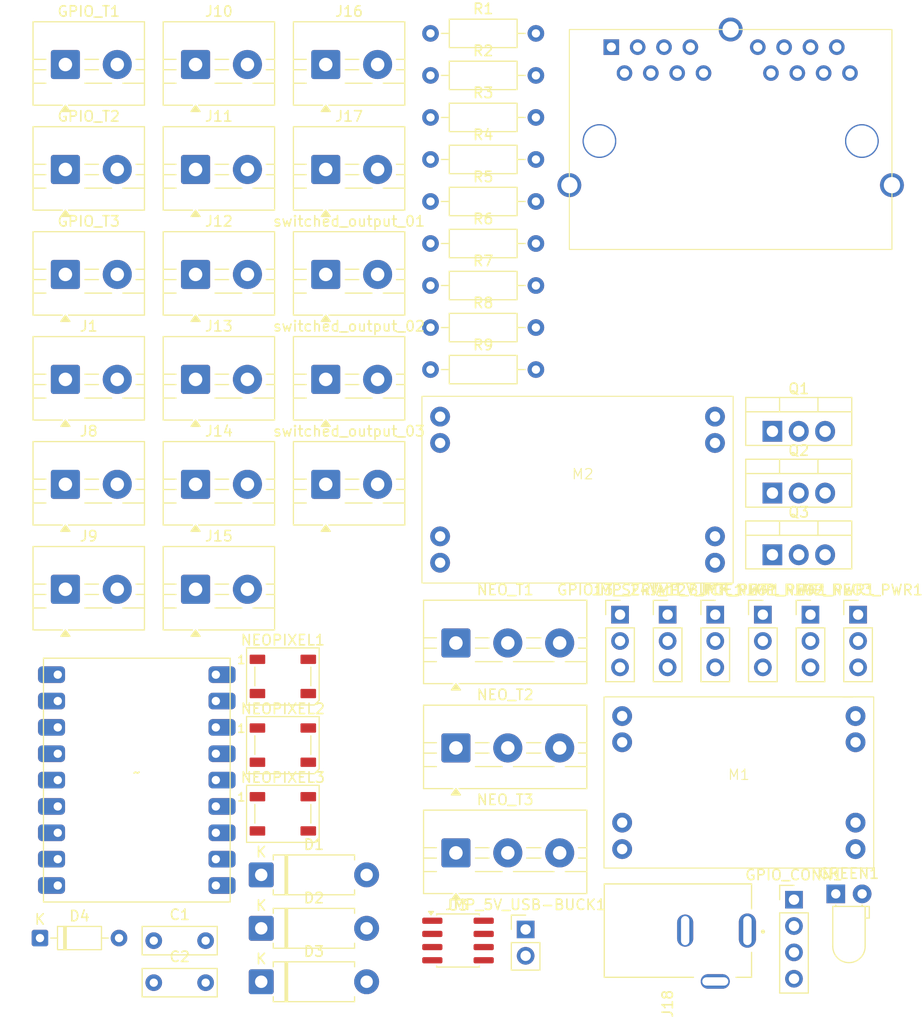
<source format=kicad_pcb>
(kicad_pcb (version 20241229) (generator "pcbnew") (generator_version "9.0")
  (layers (0 "F.Cu" signal) (2 "B.Cu" signal) (13 "F.Paste" user) (15 "B.Paste" user) (5 "F.SilkS" user "F.Silkscreen") (7 "B.SilkS" user "B.Silkscreen") (1 "F.Mask" user) (3 "B.Mask" user) (25 "Edge.Cuts" user))
  (net 0 "")
  (net 1 "VCC 5V USB")
  (net 2 "GND")
  (net 3 "VCC 3V3")
  (net 4 "VCC 12V SW")
  (net 5 "Net-(D1-A)")
  (net 6 "Net-(D2-A)")
  (net 7 "Net-(D3-A)")
  (net 8 "Net-(D4-K)")
  (net 9 "Net-(NEOPIXEL2-DIN)")
  (net 10 "Net-(GPIO13_SERIAL1-Pin_2)")
  (net 11 "Net-(U3-IN)")
  (net 12 "Net-(ESP32_S3-Pad2)")
  (net 13 "Net-(U3-ST)")
  (net 14 "Net-(NEOPIXEL1-DIN)")
  (net 15 "Net-(NEOPIXEL3-DIN)")
  (net 16 "Net-(GPIO13_SERIAL1-Pin_1)")
  (net 17 "Net-(Q1-G)")
  (net 18 "Net-(ESP32_S3-Pad3)")
  (net 19 "Net-(GPIO13_SERIAL1-Pin_3)")
  (net 20 "Net-(Q3-G)")
  (net 21 "Net-(ESP32_S3-Pad4)")
  (net 22 "Net-(ESP32_S3-Pad1)")
  (net 23 "Net-(Q2-G)")
  (net 24 "Net-(GPIO_CONN1-Pin_4)")
  (net 25 "Net-(GPIO_CONN1-Pin_1)")
  (net 26 "Net-(GPIO_CONN1-Pin_3)")
  (net 27 "Net-(GPIO_CONN1-Pin_2)")
  (net 28 "Net-(GREEN1-A)")
  (net 29 "VCC 12V")
  (net 31 "Net-(J20-Pad1)")
  (net 32 "Net-(JMP_24V_12V_POE1-Pin_2)")
  (net 33 "Net-(J20-Pad11)")
  (net 34 "Net-(J20-Pad14)")
  (net 37 "Net-(J20-Pad10)")
  (net 40 "VCC 5V BUCK")
  (net 41 "VCC 24V")
  (net 42 "Net-(JMP_BUCK_PWR1-Pin_2)")
  (net 43 "Net-(JMP_NEO1_PWR1-Pin_2)")
  (net 44 "Net-(JMP_NEO2_PWR1-Pin_2)")
  (net 45 "Net-(JMP_NEO3_PWR1-Pin_2)")
  (net 46 "Net-(NEOPIXEL1-DOUT)")
  (net 47 "Net-(NEOPIXEL2-DOUT)")
  (net 48 "Net-(NEOPIXEL3-DOUT)")
  (footprint "Connector_PinHeader_2.54mm:PinHeader_1x04_P2.54mm_Vertical" (layer "F.Cu") (at -54 -33.12)
    (property "Reference" "GPIO_CONN1" (at 0 -2.38 0) (layer "F.SilkS"))
    (property "Value" "Conn_01x04_Pin")
    (pad "1" thru_hole rect (at 0 0) (size 1.7 1.7) (drill 1) (layers "*.Cu" "*.Mask") (net 25 "Net-(GPIO_CONN1-Pin_1)"))
    (pad "2" thru_hole circle (at 0 2.54) (size 1.7 1.7) (drill 1) (layers "*.Cu" "*.Mask") (net 27 "Net-(GPIO_CONN1-Pin_2)"))
    (pad "3" thru_hole circle (at 0 5.08) (size 1.7 1.7) (drill 1) (layers "*.Cu" "*.Mask") (net 26 "Net-(GPIO_CONN1-Pin_3)"))
    (pad "4" thru_hole circle (at 0 7.62) (size 1.7 1.7) (drill 1) (layers "*.Cu" "*.Mask") (net 24 "Net-(GPIO_CONN1-Pin_4)"))
  )
  (footprint "Connector_PinHeader_2.54mm:PinHeader_1x03_P2.54mm_Vertical" (layer "F.Cu") (at -57 -60.59)
    (property "Reference" "JMP_NEO1_PWR1" (at 0 -2.38 0) (layer "F.SilkS"))
    (property "Value" "Conn_01x03_Pin")
    (pad "1" thru_hole rect (at 0 0) (size 1.7 1.7) (drill 1) (layers "*.Cu" "*.Mask") (net 4 "VCC 12V SW"))
    (pad "2" thru_hole circle (at 0 2.54) (size 1.7 1.7) (drill 1) (layers "*.Cu" "*.Mask") (net 43 "Net-(JMP_NEO1_PWR1-Pin_2)"))
    (pad "3" thru_hole circle (at 0 5.08) (size 1.7 1.7) (drill 1) (layers "*.Cu" "*.Mask") (net 40 "VCC 5V BUCK"))
  )
  (footprint "Resistor_THT:R_Axial_DIN0207_L6.3mm_D2.5mm_P10.16mm_Horizontal" (layer "F.Cu") (at -89.04 -92.31)
    (property "Reference" "R7" (at 5.08 -2.37 0) (layer "F.SilkS"))
    (property "Value" "1k")
    (pad "1" thru_hole circle (at 0 0) (size 1.6 1.6) (drill 0.8) (layers "*.Cu" "*.Mask") (net 17 "Net-(Q1-G)"))
    (pad "2" thru_hole circle (at 10.16 0) (size 1.6 1.6) (drill 0.8) (layers "*.Cu" "*.Mask") (net 2 "GND"))
  )
  (footprint "TerminalBlock:TerminalBlock_MaiXu_MX126-5.0-02P_1x02_P5.00mm" (layer "F.Cu") (at -99.14 -83.265)
    (property "Reference" "switched_output_02" (at 2.25 -5.12 0) (layer "F.SilkS"))
    (property "Value" "Screw_Terminal_01x02")
    (pad "1" thru_hole roundrect (at 0 0) (size 2.8 2.8) (drill 1.3) (layers "*.Cu" "*.Mask") (roundrect_rratio 0.089286) (net 4 "VCC 12V SW"))
    (pad "2" thru_hole circle (at 5 0) (size 2.8 2.8) (drill 1.3) (layers "*.Cu" "*.Mask") (net 5 "Net-(D1-A)"))
  )
  (footprint "TerminalBlock:TerminalBlock_MaiXu_MX126-5.0-02P_1x02_P5.00mm" (layer "F.Cu") (at -99.14 -93.38)
    (property "Reference" "switched_output_01" (at 2.25 -5.12 0) (layer "F.SilkS"))
    (property "Value" "Screw_Terminal_01x02")
    (pad "1" thru_hole roundrect (at 0 0) (size 2.8 2.8) (drill 1.3) (layers "*.Cu" "*.Mask") (roundrect_rratio 0.089286) (net 4 "VCC 12V SW"))
    (pad "2" thru_hole circle (at 5 0) (size 2.8 2.8) (drill 1.3) (layers "*.Cu" "*.Mask") (net 6 "Net-(D2-A)"))
  )
  (footprint "TerminalBlock:TerminalBlock_MaiXu_MX126-5.0-02P_1x02_P5.00mm" (layer "F.Cu") (at -111.69 -93.38)
    (property "Reference" "J12" (at 2.25 -5.12 0) (layer "F.SilkS"))
    (property "Value" "Screw_Terminal_01x02")
    (pad "1" thru_hole roundrect (at 0 0) (size 2.8 2.8) (drill 1.3) (layers "*.Cu" "*.Mask") (roundrect_rratio 0.089286) (net 2 "GND"))
    (pad "2" thru_hole circle (at 5 0) (size 2.8 2.8) (drill 1.3) (layers "*.Cu" "*.Mask") (net 4 "VCC 12V SW"))
  )
  (footprint "TerminalBlock:TerminalBlock_MaiXu_MX126-5.0-03P_1x03_P5.00mm" (layer "F.Cu") (at -86.59 -57.86)
    (property "Reference" "NEO_T1" (at 4.75 -5.12 0) (layer "F.SilkS"))
    (property "Value" "Screw_Terminal_01x03")
    (pad "1" thru_hole roundrect (at 0 0) (size 2.8 2.8) (drill 1.3) (layers "*.Cu" "*.Mask") (roundrect_rratio 0.089286) (net 43 "Net-(JMP_NEO1_PWR1-Pin_2)"))
    (pad "2" thru_hole circle (at 5 0) (size 2.8 2.8) (drill 1.3) (layers "*.Cu" "*.Mask") (net 46 "Net-(NEOPIXEL1-DOUT)"))
    (pad "3" thru_hole circle (at 10 0) (size 2.8 2.8) (drill 1.3) (layers "*.Cu" "*.Mask") (net 2 "GND"))
  )
  (footprint "Diode_THT:D_DO-15_P10.16mm_Horizontal" (layer "F.Cu") (at -105.36 -25.21)
    (property "Reference" "D3" (at 5.08 -2.92 0) (layer "F.SilkS"))
    (property "Value" "D")
    (fp_text user "K" (at 0 -2.2 0) (layer "F.SilkS"))
    (pad "1" thru_hole roundrect (at 0 0) (size 2.4 2.4) (drill 1.2) (layers "*.Cu" "*.Mask") (roundrect_rratio 0.104167) (net 4 "VCC 12V SW"))
    (pad "2" thru_hole circle (at 10.16 0) (size 2.4 2.4) (drill 1.2) (layers "*.Cu" "*.Mask") (net 7 "Net-(D3-A)"))
  )
  (footprint "eigene_footprints:24V Boost Converter" (layer "F.Cu") (at -72.315 -36.165)
    (property "Reference" "M1" (at 13 -9 0) (layer "F.SilkS") (effects (font (thickness 0.1))))
    (property "Value" "24V-Boost-Converter")
    (pad "1" thru_hole circle (at 1.75 -14.65) (size 1.905 1.905) (drill 1) (layers "*.Cu" "*.Mask") (net 29 "VCC 12V"))
    (pad "2" thru_hole circle (at 1.75 -12.125) (size 1.905 1.905) (drill 1) (layers "*.Cu" "*.Mask") (net 29 "VCC 12V"))
    (pad "3" thru_hole circle (at 1.75 -4.38) (size 1.905 1.905) (drill 1) (layers "*.Cu" "*.Mask") (net 2 "GND"))
    (pad "4" thru_hole circle (at 1.75 -1.83) (size 1.905 1.905) (drill 1) (layers "*.Cu" "*.Mask") (net 2 "GND"))
    (pad "5" thru_hole circle (at 24.25 -1.83) (size 1.905 1.905) (drill 1) (layers "*.Cu" "*.Mask") (net 2 "GND"))
    (pad "6" thru_hole circle (at 24.25 -4.38) (size 1.905 1.905) (drill 1) (layers "*.Cu" "*.Mask") (net 2 "GND"))
    (pad "7" thru_hole circle (at 24.25 -12.125) (size 1.905 1.905) (drill 1) (layers "*.Cu" "*.Mask") (net 41 "VCC 24V"))
    (pad "8" thru_hole circle (at 24.25 -14.65) (size 1.905 1.905) (drill 1) (layers "*.Cu" "*.Mask") (net 41 "VCC 24V"))
  )
  (footprint "eigene_footprints:RJ45_X2_CC_Aliexpress" (layer "F.Cu") (at -71.61 -115.285)
    (property "Reference" "J20" (hide yes))
    (property "Value" "rj45-CC-X2-Aliexpress")
    (pad "" np_thru_hole circle (at -1.145 9.05) (size 3.25 3.25) (drill 3) (layers "*.Cu" "*.Mask"))
    (pad "" np_thru_hole circle (at 24.155 9.05) (size 3.25 3.25) (drill 3) (layers "*.Cu" "*.Mask"))
    (pad "1" thru_hole circle (at 23.01 2.5) (size 1.5 1.5) (drill 0.89) (layers "*.Cu" "*.Mask") (net 31 "Net-(J20-Pad1)"))
    (pad "2" thru_hole circle (at 21.74 0) (size 1.5 1.5) (drill 0.89) (layers "*.Cu" "*.Mask") (net 37 "Net-(J20-Pad10)"))
    (pad "3" thru_hole circle (at 20.47 2.5) (size 1.5 1.5) (drill 0.89) (layers "*.Cu" "*.Mask") (net 33 "Net-(J20-Pad11)"))
    (pad "4" thru_hole circle (at 19.2 0) (size 1.5 1.5) (drill 0.89) (layers "*.Cu" "*.Mask"))
    (pad "5" thru_hole circle (at 17.93 2.5) (size 1.5 1.5) (drill 0.89) (layers "*.Cu" "*.Mask"))
    (pad "6" thru_hole circle (at 16.66 0) (size 1.5 1.5) (drill 0.89) (layers "*.Cu" "*.Mask") (net 34 "Net-(J20-Pad14)"))
    (pad "7" thru_hole circle (at 15.39 2.5) (size 1.5 1.5) (drill 0.89) (layers "*.Cu" "*.Mask"))
    (pad "8" thru_hole circle (at 14.12 0) (size 1.5 1.5) (drill 0.89) (layers "*.Cu" "*.Mask"))
    (pad "9" thru_hole circle (at 8.89 2.5) (size 1.5 1.5) (drill 0.89) (layers "*.Cu" "*.Mask") (net 31 "Net-(J20-Pad1)"))
    (pad "10" thru_hole circle (at 7.62 0) (size 1.5 1.5) (drill 0.89) (layers "*.Cu" "*.Mask") (net 37 "Net-(J20-Pad10)"))
    (pad "11" thru_hole circle (at 6.35 2.5) (size 1.5 1.5) (drill 0.89) (layers "*.Cu" "*.Mask") (net 33 "Net-(J20-Pad11)"))
    (pad "12" thru_hole circle (at 5.08 0) (size 1.5 1.5) (drill 0.89) (layers "*.Cu" "*.Mask") (net 32 "Net-(JMP_24V_12V_POE1-Pin_2)"))
    (pad "13" thru_hole circle (at 3.81 2.5) (size 1.5 1.5) (drill 0.89) (layers "*.Cu" "*.Mask") (net 32 "Net-(JMP_24V_12V_POE1-Pin_2)"))
    (pad "14" thru_hole circle (at 2.54 0) (size 1.5 1.5) (drill 0.89) (layers "*.Cu" "*.Mask") (net 34 "Net-(J20-Pad14)"))
    (pad "15" thru_hole circle (at 1.27 2.5) (size 1.5 1.5) (drill 0.89) (layers "*.Cu" "*.Mask") (net 2 "GND"))
    (pad "16" thru_hole rect (at 0 0) (size 1.5 1.5) (drill 0.89) (layers "*.Cu" "*.Mask") (net 2 "GND"))
    (pad "SH" thru_hole circle (at -4.045 13.3) (size 2.3 2.3) (drill 1.57) (layers "*.Cu" "*.Mask") (net 2 "GND"))
    (pad "SH" thru_hole circle (at 11.505 -1.7) (size 2.3 2.3) (drill 1.57) (layers "*.Cu" "*.Mask") (net 2 "GND"))
    (pad "SH" thru_hole circle (at 27.055 13.3) (size 2.3 2.3) (drill 1.57) (layers "*.Cu" "*.Mask") (net 2 "GND"))
  )
  (footprint "eigene_footprints:CUI_PJ-050BH" (layer "F.Cu") (at -58.49 -30.14)
    (property "Reference" "J18" (at -7.6875 7.05 270) (layer "F.SilkS"))
    (property "Value" "Barrel_Jack_MountingPin")
    (pad "1" thru_hole oval (at 0 0) (size 1.65 3.3) (drill oval 0.8 2.8) (layers "*.Cu" "*.Mask") (net 29 "VCC 12V"))
    (pad "2" thru_hole oval (at -6 0) (size 1.55 3.1) (drill oval 0.8 2.8) (layers "*.Cu" "*.Mask") (net 2 "GND"))
    (pad "MP" thru_hole oval (at -3.1 4.9) (size 2.8 1.4) (drill oval 2.5 0.8) (layers "*.Cu" "*.Mask"))
  )
  (footprint "Diode_THT:D_DO-35_SOD27_P7.62mm_Horizontal" (layer "F.Cu") (at -126.69 -29.42)
    (property "Reference" "D4" (at 3.81 -2.12 0) (layer "F.SilkS"))
    (property "Value" "1N914")
    (fp_text user "K" (at 0 -1.8 0) (layer "F.SilkS"))
    (pad "1" thru_hole roundrect (at 0 0) (size 1.6 1.6) (drill 0.8) (layers "*.Cu" "*.Mask") (roundrect_rratio 0.15625) (net 8 "Net-(D4-K)"))
    (pad "2" thru_hole circle (at 7.62 0) (size 1.6 1.6) (drill 0.8) (layers "*.Cu" "*.Mask") (net 1 "VCC 5V USB"))
  )
  (footprint "TerminalBlock:TerminalBlock_MaiXu_MX126-5.0-02P_1x02_P5.00mm" (layer "F.Cu") (at -124.24 -103.495)
    (property "Reference" "GPIO_T2" (at 2.25 -5.12 0) (layer "F.SilkS"))
    (property "Value" "Screw_Terminal_01x02")
    (pad "1" thru_hole roundrect (at 0 0) (size 2.8 2.8) (drill 1.3) (layers "*.Cu" "*.Mask") (roundrect_rratio 0.089286) (net 26 "Net-(GPIO_CONN1-Pin_3)"))
    (pad "2" thru_hole circle (at 5 0) (size 2.8 2.8) (drill 1.3) (layers "*.Cu" "*.Mask") (net 27 "Net-(GPIO_CONN1-Pin_2)"))
  )
  (footprint "TerminalBlock:TerminalBlock_MaiXu_MX126-5.0-02P_1x02_P5.00mm" (layer "F.Cu") (at -124.24 -73.15)
    (property "Reference" "J8" (at 2.25 -5.12 0) (layer "F.SilkS"))
    (property "Value" "Screw_Terminal_01x02")
    (pad "1" thru_hole roundrect (at 0 0) (size 2.8 2.8) (drill 1.3) (layers "*.Cu" "*.Mask") (roundrect_rratio 0.089286) (net 2 "GND"))
    (pad "2" thru_hole circle (at 5 0) (size 2.8 2.8) (drill 1.3) (layers "*.Cu" "*.Mask") (net 4 "VCC 12V SW"))
  )
  (footprint "TerminalBlock:TerminalBlock_MaiXu_MX126-5.0-02P_1x02_P5.00mm" (layer "F.Cu") (at -124.24 -63.035)
    (property "Reference" "J9" (at 2.25 -5.12 0) (layer "F.SilkS"))
    (property "Value" "Screw_Terminal_01x02")
    (pad "1" thru_hole roundrect (at 0 0) (size 2.8 2.8) (drill 1.3) (layers "*.Cu" "*.Mask") (roundrect_rratio 0.089286) (net 2 "GND"))
    (pad "2" thru_hole circle (at 5 0) (size 2.8 2.8) (drill 1.3) (layers "*.Cu" "*.Mask") (net 4 "VCC 12V SW"))
  )
  (footprint "Connector_PinHeader_2.54mm:PinHeader_1x03_P2.54mm_Vertical" (layer "F.Cu") (at -52.41 -60.59)
    (property "Reference" "JMP_NEO2_PWR1" (at 0 -2.38 0) (layer "F.SilkS"))
    (property "Value" "Conn_01x03_Pin")
    (pad "1" thru_hole rect (at 0 0) (size 1.7 1.7) (drill 1) (layers "*.Cu" "*.Mask") (net 4 "VCC 12V SW"))
    (pad "2" thru_hole circle (at 0 2.54) (size 1.7 1.7) (drill 1) (layers "*.Cu" "*.Mask") (net 44 "Net-(JMP_NEO2_PWR1-Pin_2)"))
    (pad "3" thru_hole circle (at 0 5.08) (size 1.7 1.7) (drill 1) (layers "*.Cu" "*.Mask") (net 40 "VCC 5V BUCK"))
  )
  (footprint "Capacitor_THT:C_Rect_L7.0mm_W2.5mm_P5.00mm" (layer "F.Cu") (at -115.72 -25.12)
    (property "Reference" "C2" (at 2.5 -2.5 0) (layer "F.SilkS"))
    (property "Value" "100nF")
    (pad "1" thru_hole circle (at 0 0) (size 1.6 1.6) (drill 0.8) (layers "*.Cu" "*.Mask") (net 3 "VCC 3V3"))
    (pad "2" thru_hole circle (at 5 0) (size 1.6 1.6) (drill 0.8) (layers "*.Cu" "*.Mask") (net 2 "GND"))
  )
  (footprint "Resistor_THT:R_Axial_DIN0207_L6.3mm_D2.5mm_P10.16mm_Horizontal" (layer "F.Cu") (at -89.04 -104.46)
    (property "Reference" "R4" (at 5.08 -2.37 0) (layer "F.SilkS"))
    (property "Value" "100")
    (pad "1" thru_hole circle (at 0 0) (size 1.6 1.6) (drill 0.8) (layers "*.Cu" "*.Mask") (net 26 "Net-(GPIO_CONN1-Pin_3)"))
    (pad "2" thru_hole circle (at 10.16 0) (size 1.6 1.6) (drill 0.8) (layers "*.Cu" "*.Mask") (net 18 "Net-(ESP32_S3-Pad3)"))
  )
  (footprint "TerminalBlock:TerminalBlock_MaiXu_MX126-5.0-02P_1x02_P5.00mm" (layer "F.Cu") (at -111.69 -63.035)
    (property "Reference" "J15" (at 2.25 -5.12 0) (layer "F.SilkS"))
    (property "Value" "Screw_Terminal_01x02")
    (pad "1" thru_hole roundrect (at 0 0) (size 2.8 2.8) (drill 1.3) (layers "*.Cu" "*.Mask") (roundrect_rratio 0.089286) (net 2 "GND"))
    (pad "2" thru_hole circle (at 5 0) (size 2.8 2.8) (drill 1.3) (layers "*.Cu" "*.Mask") (net 29 "VCC 12V"))
  )
  (footprint "Resistor_THT:R_Axial_DIN0207_L6.3mm_D2.5mm_P10.16mm_Horizontal" (layer "F.Cu") (at -89.04 -96.36)
    (property "Reference" "R6" (at 5.08 -2.37 0) (layer "F.SilkS"))
    (property "Value" "1k")
    (pad "1" thru_hole circle (at 0 0) (size 1.6 1.6) (drill 0.8) (layers "*.Cu" "*.Mask") (net 23 "Net-(Q2-G)"))
    (pad "2" thru_hole circle (at 10.16 0) (size 1.6 1.6) (drill 0.8) (layers "*.Cu" "*.Mask") (net 2 "GND"))
  )
  (footprint "Connector_PinHeader_2.54mm:PinHeader_1x03_P2.54mm_Vertical" (layer "F.Cu") (at -66.18 -60.59)
    (property "Reference" "JMP_24V_12V_POE1" (at 0 -2.38 0) (layer "F.SilkS"))
    (property "Value" "Conn_01x03_Pin")
    (pad "1" thru_hole rect (at 0 0) (size 1.7 1.7) (drill 1) (layers "*.Cu" "*.Mask") (net 29 "VCC 12V"))
    (pad "2" thru_hole circle (at 0 2.54) (size 1.7 1.7) (drill 1) (layers "*.Cu" "*.Mask") (net 32 "Net-(JMP_24V_12V_POE1-Pin_2)"))
    (pad "3" thru_hole circle (at 0 5.08) (size 1.7 1.7) (drill 1) (layers "*.Cu" "*.Mask") (net 41 "VCC 24V"))
  )
  (footprint "eigene_footprints:5V Buck Converter" (layer "F.Cu") (at -89.865 -63.635)
    (property "Reference" "M2" (at 15.5 -10.5 0) (layer "F.SilkS") (effects (font (thickness 0.1))))
    (property "Value" "~")
    (pad "1" thru_hole circle (at 1.75 -16.04) (size 1.905 1.905) (drill 1) (layers "*.Cu" "*.Mask") (net 42 "Net-(JMP_BUCK_PWR1-Pin_2)"))
    (pad "2" thru_hole circle (at 1.75 -13.5) (size 1.905 1.905) (drill 1) (layers "*.Cu" "*.Mask") (net 42 "Net-(JMP_BUCK_PWR1-Pin_2)"))
    (pad "3" thru_hole circle (at 1.75 -4.5) (size 1.905 1.905) (drill 1) (layers "*.Cu" "*.Mask") (net 2 "GND"))
    (pad "4" thru_hole circle (at 1.75 -1.96) (size 1.905 1.905) (drill 1) (layers "*.Cu" "*.Mask") (net 2 "GND"))
    (pad "5" thru_hole circle (at 28.25 -1.96) (size 1.905 1.905) (drill 1) (layers "*.Cu" "*.Mask") (net 2 "GND"))
    (pad "6" thru_hole circle (at 28.25 -4.5) (size 1.905 1.905) (drill 1) (layers "*.Cu" "*.Mask") (net 2 "GND"))
    (pad "7" thru_hole circle (at 28.25 -13.5) (size 1.905 1.905) (drill 1) (layers "*.Cu" "*.Mask") (net 40 "VCC 5V BUCK"))
    (pad "8" thru_hole circle (at 28.25 -16.04) (size 1.905 1.905) (drill 1) (layers "*.Cu" "*.Mask") (net 40 "VCC 5V BUCK"))
  )
  (footprint "LED_SMD:LED_WS2812B_PLCC4_5.0x5.0mm_P3.2mm" (layer "F.Cu") (at -103.275 -41.395)
    (property "Reference" "NEOPIXEL3" (at 0 -3.5 0) (layer "F.SilkS"))
    (property "Value" "WS2812B")
    (fp_text user "1" (at -4 -1.6 0) (layer "F.SilkS") (effects (font (size 0.8 0.8))))
    (pad "1" smd roundrect (at -2.45 -1.65) (size 1.5 0.9) (layers "F.Cu" "F.Mask" "F.Paste") (roundrect_rratio 0.1) (net 8 "Net-(D4-K)"))
    (pad "2" smd roundrect (at -2.45 1.65) (size 1.5 0.9) (layers "F.Cu" "F.Mask" "F.Paste") (roundrect_rratio 0.1) (net 48 "Net-(NEOPIXEL3-DOUT)"))
    (pad "3" smd roundrect (at 2.45 1.65) (size 1.5 0.9) (layers "F.Cu" "F.Mask" "F.Paste") (roundrect_rratio 0.1) (net 2 "GND"))
    (pad "4" smd roundrect (at 2.45 -1.65) (size 1.5 0.9) (layers "F.Cu" "F.Mask" "F.Paste") (roundrect_rratio 0.1) (net 15 "Net-(NEOPIXEL3-DIN)"))
  )
  (footprint "Connector_PinHeader_2.54mm:PinHeader_1x03_P2.54mm_Vertical" (layer "F.Cu") (at -70.77 -60.59)
    (property "Reference" "GPIO13_SERIAL1" (at 0 -2.38 0) (layer "F.SilkS"))
    (property "Value" "Conn_01x03_Pin")
    (pad "1" thru_hole rect (at 0 0) (size 1.7 1.7) (drill 1) (layers "*.Cu" "*.Mask") (net 16 "Net-(GPIO13_SERIAL1-Pin_1)"))
    (pad "2" thru_hole circle (at 0 2.54) (size 1.7 1.7) (drill 1) (layers "*.Cu" "*.Mask") (net 10 "Net-(GPIO13_SERIAL1-Pin_2)"))
    (pad "3" thru_hole circle (at 0 5.08) (size 1.7 1.7) (drill 1) (layers "*.Cu" "*.Mask") (net 19 "Net-(GPIO13_SERIAL1-Pin_3)"))
  )
  (footprint "Diode_THT:D_DO-15_P10.16mm_Horizontal" (layer "F.Cu") (at -105.36 -35.51)
    (property "Reference" "D1" (at 5.08 -2.92 0) (layer "F.SilkS"))
    (property "Value" "D")
    (fp_text user "K" (at 0 -2.2 0) (layer "F.SilkS"))
    (pad "1" thru_hole roundrect (at 0 0) (size 2.4 2.4) (drill 1.2) (layers "*.Cu" "*.Mask") (roundrect_rratio 0.104167) (net 4 "VCC 12V SW"))
    (pad "2" thru_hole circle (at 10.16 0) (size 2.4 2.4) (drill 1.2) (layers "*.Cu" "*.Mask") (net 5 "Net-(D1-A)"))
  )
  (footprint "TerminalBlock:TerminalBlock_MaiXu_MX126-5.0-02P_1x02_P5.00mm" (layer "F.Cu") (at -111.69 -113.61)
    (property "Reference" "J10" (at 2.25 -5.12 0) (layer "F.SilkS"))
    (property "Value" "Screw_Terminal_01x02")
    (pad "1" thru_hole roundrect (at 0 0) (size 2.8 2.8) (drill 1.3) (layers "*.Cu" "*.Mask") (roundrect_rratio 0.089286) (net 2 "GND"))
    (pad "2" thru_hole circle (at 5 0) (size 2.8 2.8) (drill 1.3) (layers "*.Cu" "*.Mask") (net 4 "VCC 12V SW"))
  )
  (footprint "TerminalBlock:TerminalBlock_MaiXu_MX126-5.0-02P_1x02_P5.00mm" (layer "F.Cu") (at -111.69 -73.15)
    (property "Reference" "J14" (at 2.25 -5.12 0) (layer "F.SilkS"))
    (property "Value" "Screw_Terminal_01x02")
    (pad "1" thru_hole roundrect (at 0 0) (size 2.8 2.8) (drill 1.3) (layers "*.Cu" "*.Mask") (roundrect_rratio 0.089286) (net 2 "GND"))
    (pad "2" thru_hole circle (at 5 0) (size 2.8 2.8) (drill 1.3) (layers "*.Cu" "*.Mask") (net 4 "VCC 12V SW"))
  )
  (footprint "TerminalBlock:TerminalBlock_MaiXu_MX126-5.0-02P_1x02_P5.00mm" (layer "F.Cu") (at -124.24 -83.265)
    (property "Reference" "J1" (at 2.25 -5.12 0) (layer "F.SilkS"))
    (property "Value" "Screw_Terminal_01x02")
    (pad "1" thru_hole roundrect (at 0 0) (size 2.8 2.8) (drill 1.3) (layers "*.Cu" "*.Mask") (roundrect_rratio 0.089286) (net 2 "GND"))
    (pad "2" thru_hole circle (at 5 0) (size 2.8 2.8) (drill 1.3) (layers "*.Cu" "*.Mask") (net 4 "VCC 12V SW"))
  )
  (footprint "TerminalBlock:TerminalBlock_MaiXu_MX126-5.0-02P_1x02_P5.00mm" (layer "F.Cu") (at -99.14 -103.495)
    (property "Reference" "J17" (at 2.25 -5.12 0) (layer "F.SilkS"))
    (property "Value" "Screw_Terminal_01x02")
    (pad "1" thru_hole roundrect (at 0 0) (size 2.8 2.8) (drill 1.3) (layers "*.Cu" "*.Mask") (roundrect_rratio 0.089286) (net 2 "GND"))
    (pad "2" thru_hole circle (at 5 0) (size 2.8 2.8) (drill 1.3) (layers "*.Cu" "*.Mask") (net 29 "VCC 12V"))
  )
  (footprint "TerminalBlock:TerminalBlock_MaiXu_MX126-5.0-02P_1x02_P5.00mm" (layer "F.Cu") (at -124.24 -93.38)
    (property "Reference" "GPIO_T3" (at 2.25 -5.12 0) (layer "F.SilkS"))
    (property "Value" "Screw_Terminal_01x02")
    (pad "1" thru_hole roundrect (at 0 0) (size 2.8 2.8) (drill 1.3) (layers "*.Cu" "*.Mask") (roundrect_rratio 0.089286) (net 2 "GND"))
    (pad "2" thru_hole circle (at 5 0) (size 2.8 2.8) (drill 1.3) (layers "*.Cu" "*.Mask") (net 24 "Net-(GPIO_CONN1-Pin_4)"))
  )
  (footprint "Package_TO_SOT_THT:TO-220-3_Vertical" (layer "F.Cu") (at -56.08 -72.31)
    (property "Reference" "Q2" (at 2.54 -4.1 0) (layer "F.SilkS"))
    (property "Value" "IRLZ44N")
    (pad "1" thru_hole rect (at 0 0) (size 1.905 2) (drill 1.1) (layers "*.Cu" "*.Mask") (net 23 "Net-(Q2-G)"))
    (pad "2" thru_hole oval (at 2.54 0) (size 1.905 2) (drill 1.1) (layers "*.Cu" "*.Mask") (net 6 "Net-(D2-A)"))
    (pad "3" thru_hole oval (at 5.08 0) (size 1.905 2) (drill 1.1) (layers "*.Cu" "*.Mask") (net 2 "GND"))
  )
  (footprint "Package_TO_SOT_THT:TO-220-3_Vertical" (layer "F.Cu") (at -56.08 -78.26)
    (property "Reference" "Q1" (at 2.54 -4.1 0) (layer "F.SilkS"))
    (property "Value" "IRLZ44N")
    (pad "1" thru_hole rect (at 0 0) (size 1.905 2) (drill 1.1) (layers "*.Cu" "*.Mask") (net 17 "Net-(Q1-G)"))
    (pad "2" thru_hole oval (at 2.54 0) (size 1.905 2) (drill 1.1) (layers "*.Cu" "*.Mask") (net 5 "Net-(D1-A)"))
    (pad "3" thru_hole oval (at 5.08 0) (size 1.905 2) (drill 1.1) (layers "*.Cu" "*.Mask") (net 2 "GND"))
  )
  (footprint "Diode_THT:D_DO-15_P10.16mm_Horizontal" (layer "F.Cu") (at -105.36 -30.36)
    (property "Reference" "D2" (at 5.08 -2.92 0) (layer "F.SilkS"))
    (property "Value" "D")
    (fp_text user "K" (at 0 -2.2 0) (layer "F.SilkS"))
    (pad "1" thru_hole roundrect (at 0 0) (size 2.4 2.4) (drill 1.2) (layers "*.Cu" "*.Mask") (roundrect_rratio 0.104167) (net 4 "VCC 12V SW"))
    (pad "2" thru_hole circle (at 10.16 0) (size 2.4 2.4) (drill 1.2) (layers "*.Cu" "*.Mask") (net 6 "Net-(D2-A)"))
  )
  (footprint "LED_THT:LED_D3.0mm_Horizontal_O1.27mm_Z2.0mm_Clear" (layer "F.Cu") (at -49.97 -33.68)
    (property "Reference" "GREEN1" (at 1.27 -1.96 0) (layer "F.SilkS"))
    (property "Value" "LED")
    (pad "1" thru_hole rect (at 0 0) (size 1.8 1.8) (drill 0.9) (layers "*.Cu" "*.Mask") (net 2 "GND"))
    (pad "2" thru_hole circle (at 2.54 0) (size 1.8 1.8) (drill 0.9) (layers "*.Cu" "*.Mask") (net 28 "Net-(GREEN1-A)"))
  )
  (footprint "TerminalBlock:TerminalBlock_MaiXu_MX126-5.0-02P_1x02_P5.00mm" (layer "F.Cu") (at -99.14 -113.61)
    (property "Reference" "J16" (at 2.25 -5.12 0) (layer "F.SilkS"))
    (property "Value" "Screw_Terminal_01x02")
    (pad "1" thru_hole roundrect (at 0 0) (size 2.8 2.8) (drill 1.3) (layers "*.Cu" "*.Mask") (roundrect_rratio 0.089286) (net 2 "GND"))
    (pad "2" thru_hole circle (at 5 0) (size 2.8 2.8) (drill 1.3) (layers "*.Cu" "*.Mask") (net 29 "VCC 12V"))
  )
  (footprint "TerminalBlock:TerminalBlock_MaiXu_MX126-5.0-02P_1x02_P5.00mm" (layer "F.Cu") (at -99.14 -73.15)
    (property "Reference" "switched_output_03" (at 2.25 -5.12 0) (layer "F.SilkS"))
    (property "Value" "Screw_Terminal_01x02")
    (pad "1" thru_hole roundrect (at 0 0) (size 2.8 2.8) (drill 1.3) (layers "*.Cu" "*.Mask") (roundrect_rratio 0.089286) (net 4 "VCC 12V SW"))
    (pad "2" thru_hole circle (at 5 0) (size 2.8 2.8) (drill 1.3) (layers "*.Cu" "*.Mask") (net 7 "Net-(D3-A)"))
  )
  (footprint "TerminalBlock:TerminalBlock_MaiXu_MX126-5.0-02P_1x02_P5.00mm" (layer "F.Cu") (at -124.24 -113.61)
    (property "Reference" "GPIO_T1" (at 2.25 -5.12 0) (layer "F.SilkS"))
    (property "Value" "Screw_Terminal_01x02")
    (pad "1" thru_hole roundrect (at 0 0) (size 2.8 2.8) (drill 1.3) (layers "*.Cu" "*.Mask") (roundrect_rratio 0.089286) (net 25 "Net-(GPIO_CONN1-Pin_1)"))
    (pad "2" thru_hole circle (at 5 0) (size 2.8 2.8) (drill 1.3) (layers "*.Cu" "*.Mask") (net 2 "GND"))
  )
  (footprint "Resistor_THT:R_Axial_DIN0207_L6.3mm_D2.5mm_P10.16mm_Horizontal" (layer "F.Cu") (at -89.04 -84.21)
    (property "Reference" "R9" (at 5.08 -2.37 0) (layer "F.SilkS"))
    (property "Value" "1k")
    (pad "1" thru_hole circle (at 0 0) (size 1.6 1.6) (drill 0.8) (layers "*.Cu" "*.Mask") (net 29 "VCC 12V"))
    (pad "2" thru_hole circle (at 10.16 0) (size 1.6 1.6) (drill 0.8) (layers "*.Cu" "*.Mask") (net 28 "Net-(GREEN1-A)"))
  )
  (footprint "Package_SO:SOIC-8_3.9x4.9mm_P1.27mm" (layer "F.Cu") (at -86.39 -29.185)
    (property "Reference" "U3" (at 0 -3.4 0) (layer "F.SilkS"))
    (property "Value" "~")
    (pad "1" smd roundrect (at -2.475 -1.905) (size 1.95 0.6) (layers "F.Cu" "F.Mask" "F.Paste") (net 11 "Net-(U3-IN)"))
    (pad "2" smd roundrect (at -2.475 -0.635) (size 1.95 0.6) (layers "F.Cu" "F.Mask" "F.Paste") (net 13 "Net-(U3-ST)"))
    (pad "3" smd roundrect (at -2.475 0.635) (size 1.95 0.6) (layers "F.Cu" "F.Mask" "F.Paste") (net 2 "GND"))
    (pad "4" smd roundrect (at -2.475 1.905) (size 1.95 0.6) (layers "F.Cu" "F.Mask" "F.Paste") (net 4 "VCC 12V SW"))
    (pad "5" smd roundrect (at 2.475 1.905) (size 1.95 0.6) (layers "F.Cu" "F.Mask" "F.Paste") (net 29 "VCC 12V"))
    (pad "6" smd roundrect (at 2.475 0.635) (size 1.95 0.6) (layers "F.Cu" "F.Mask" "F.Paste") (net 29 "VCC 12V"))
    (pad "7" smd roundrect (at 2.475 -0.635) (size 1.95 0.6) (layers "F.Cu" "F.Mask" "F.Paste") (net 29 "VCC 12V"))
    (pad "8" smd roundrect (at 2.475 -1.905) (size 1.95 0.6) (layers "F.Cu" "F.Mask" "F.Paste") (net 29 "VCC 12V"))
  )
  (footprint "TerminalBlock:TerminalBlock_MaiXu_MX126-5.0-02P_1x02_P5.00mm" (layer "F.Cu") (at -111.69 -103.495)
    (property "Reference" "J11" (at 2.25 -5.12 0) (layer "F.SilkS"))
    (property "Value" "Screw_Terminal_01x02")
    (pad "1" thru_hole roundrect (at 0 0) (size 2.8 2.8) (drill 1.3) (layers "*.Cu" "*.Mask") (roundrect_rratio 0.089286) (net 2 "GND"))
    (pad "2" thru_hole circle (at 5 0) (size 2.8 2.8) (drill 1.3) (layers "*.Cu" "*.Mask") (net 4 "VCC 12V SW"))
  )
  (footprint "Resistor_THT:R_Axial_DIN0207_L6.3mm_D2.5mm_P10.16mm_Horizontal" (layer "F.Cu") (at -89.04 -108.51)
    (property "Reference" "R3" (at 5.08 -2.37 0) (layer "F.SilkS"))
    (property "Value" "1k")
    (pad "1" thru_hole circle (at 0 0) (size 1.6 1.6) (drill 0.8) (layers "*.Cu" "*.Mask") (net 3 "VCC 3V3"))
    (pad "2" thru_hole circle (at 10.16 0) (size 1.6 1.6) (drill 0.8) (layers "*.Cu" "*.Mask") (net 13 "Net-(U3-ST)"))
  )
  (footprint "eigene_footprints:ESP32-S3-Zero" (layer "F.Cu") (at -127.515 -31.945)
    (property "Reference" "ESP32_S3")
    (property "Value" "~" (at 10.16 -13.45 0) (layer "F.SilkS"))
    (pad "1" thru_hole roundrect (at 2.54 -15.24) (size 2.6 1.6002) (drill 0.8 (offset -0.6 0)) (layers "*.Cu" "*.Mask") (net 22 "Net-(ESP32_S3-Pad1)"))
    (pad "2" thru_hole roundrect (at 2.54 -12.7) (size 2.6 1.6002) (drill 0.8 (offset -0.6 0)) (layers "*.Cu" "*.Mask") (net 12 "Net-(ESP32_S3-Pad2)"))
    (pad "3" thru_hole roundrect (at 2.54 -10.16) (size 2.6 1.6002) (drill 0.8 (offset -0.6 0)) (layers "*.Cu" "*.Mask") (net 18 "Net-(ESP32_S3-Pad3)"))
    (pad "3V3" thru_hole roundrect (at 2.54 -17.78) (size 2.6 1.6002) (drill 0.8 (offset -0.6 0)) (layers "*.Cu" "*.Mask") (net 3 "VCC 3V3"))
    (pad "4" thru_hole roundrect (at 2.54 -7.62) (size 2.6 1.6002) (drill 0.8 (offset -0.6 0)) (layers "*.Cu" "*.Mask") (net 21 "Net-(ESP32_S3-Pad4)"))
    (pad "5" thru_hole roundrect (at 2.54 -5.08) (size 2.6 1.6002) (drill 0.8 (offset -0.6 0)) (layers "*.Cu" "*.Mask") (net 14 "Net-(NEOPIXEL1-DIN)"))
    (pad "5V" thru_hole roundrect (at 2.54 -22.86) (size 2.6 1.6002) (drill 0.8 (offset -0.6 0)) (layers "*.Cu" "*.Mask") (net 1 "VCC 5V USB"))
    (pad "6" thru_hole roundrect (at 2.54 -2.54) (size 2.6 1.6002) (drill 0.8 (offset -0.6 0)) (layers "*.Cu" "*.Mask") (net 9 "Net-(NEOPIXEL2-DIN)"))
    (pad "7" thru_hole roundrect (at 17.78 -2.54) (size 2.6 1.6002) (drill 0.8 (offset 0.6 0)) (layers "*.Cu" "*.Mask") (net 15 "Net-(NEOPIXEL3-DIN)"))
    (pad "8" thru_hole roundrect (at 17.78 -5.08) (size 2.6 1.6002) (drill 0.8 (offset 0.6 0)) (layers "*.Cu" "*.Mask") (net 23 "Net-(Q2-G)"))
    (pad "9" thru_hole roundrect (at 17.78 -7.62) (size 2.6 1.6002) (drill 0.8 (offset 0.6 0)) (layers "*.Cu" "*.Mask") (net 17 "Net-(Q1-G)"))
    (pad "10" thru_hole roundrect (at 17.78 -10.16) (size 2.6 1.6002) (drill 0.8 (offset 0.6 0)) (layers "*.Cu" "*.Mask") (net 20 "Net-(Q3-G)"))
    (pad "11" thru_hole roundrect (at 17.78 -12.7) (size 2.6 1.6) (drill 0.8 (offset 0.6 0)) (layers "*.Cu" "*.Mask") (net 13 "Net-(U3-ST)"))
    (pad "12" thru_hole roundrect (at 17.78 -15.24) (size 2.6 1.6) (drill 0.8 (offset 0.6 0)) (layers "*.Cu" "*.Mask") (net 11 "Net-(U3-IN)"))
    (pad "13" thru_hole roundrect (at 17.78 -17.78) (size 2.6 1.6) (drill 0.8 (offset 0.6 0)) (layers "*.Cu" "*.Mask") (net 16 "Net-(GPIO13_SERIAL1-Pin_1)"))
    (pad "GND" thru_hole roundrect (at 2.54 -20.32) (size 2.6 1.6002) (drill 0.8 (offset -0.6 0)) (layers "*.Cu" "*.Mask") (net 2 "GND"))
    (pad "RX" thru_hole roundrect (at 17.78 -20.32) (size 2.6 1.6) (drill 0.8 (offset 0.6 0)) (layers "*.Cu" "*.Mask") (net 10 "Net-(GPIO13_SERIAL1-Pin_2)"))
    (pad "TX" thru_hole roundrect (at 17.78 -22.86) (size 2.6 1.6) (drill 0.8 (offset 0.6 0)) (layers "*.Cu" "*.Mask") (net 19 "Net-(GPIO13_SERIAL1-Pin_3)"))
  )
  (footprint "LED_SMD:LED_WS2812B_PLCC4_5.0x5.0mm_P3.2mm" (layer "F.Cu") (at -103.275 -48.015)
    (property "Reference" "NEOPIXEL2" (at 0 -3.5 0) (layer "F.SilkS"))
    (property "Value" "WS2812B")
    (fp_text user "1" (at -4 -1.6 0) (layer "F.SilkS") (effects (font (size 0.8 0.8))))
    (pad "1" smd roundrect (at -2.45 -1.65) (size 1.5 0.9) (layers "F.Cu" "F.Mask" "F.Paste") (roundrect_rratio 0.1) (net 8 "Net-(D4-K)"))
    (pad "2" smd roundrect (at -2.45 1.65) (size 1.5 0.9) (layers "F.Cu" "F.Mask" "F.Paste") (roundrect_rratio 0.1) (net 47 "Net-(NEOPIXEL2-DOUT)"))
    (pad "3" smd roundrect (at 2.45 1.65) (size 1.5 0.9) (layers "F.Cu" "F.Mask" "F.Paste") (roundrect_rratio 0.1) (net 2 "GND"))
    (pad "4" smd roundrect (at 2.45 -1.65) (size 1.5 0.9) (layers "F.Cu" "F.Mask" "F.Paste") (roundrect_rratio 0.1) (net 9 "Net-(NEOPIXEL2-DIN)"))
  )
  (footprint "Resistor_THT:R_Axial_DIN0207_L6.3mm_D2.5mm_P10.16mm_Horizontal" (layer "F.Cu") (at -89.04 -116.61)
    (property "Reference" "R1" (at 5.08 -2.37 0) (layer "F.SilkS"))
    (property "Value" "100")
    (pad "1" thru_hole circle (at 0 0) (size 1.6 1.6) (drill 0.8) (layers "*.Cu" "*.Mask") (net 25 "Net-(GPIO_CONN1-Pin_1)"))
    (pad "2" thru_hole circle (at 10.16 0) (size 1.6 1.6) (drill 0.8) (layers "*.Cu" "*.Mask") (net 22 "Net-(ESP32_S3-Pad1)"))
  )
  (footprint "Connector_PinHeader_2.54mm:PinHeader_1x03_P2.54mm_Vertical" (layer "F.Cu") (at -61.59 -60.59)
    (property "Reference" "JMP_BUCK_PWR1" (at 0 -2.38 0) (layer "F.SilkS"))
    (property "Value" "Conn_01x03_Pin")
    (pad "1" thru_hole rect (at 0 0) (size 1.7 1.7) (drill 1) (layers "*.Cu" "*.Mask") (net 29 "VCC 12V"))
    (pad "2" thru_hole circle (at 0 2.54) (size 1.7 1.7) (drill 1) (layers "*.Cu" "*.Mask") (net 42 "Net-(JMP_BUCK_PWR1-Pin_2)"))
    (pad "3" thru_hole circle (at 0 5.08) (size 1.7 1.7) (drill 1) (layers "*.Cu" "*.Mask") (net 4 "VCC 12V SW"))
  )
  (footprint "TerminalBlock:TerminalBlock_MaiXu_MX126-5.0-02P_1x02_P5.00mm" (layer "F.Cu") (at -111.69 -83.265)
    (property "Reference" "J13" (at 2.25 -5.12 0) (layer "F.SilkS"))
    (property "Value" "Screw_Terminal_01x02")
    (pad "1" thru_hole roundrect (at 0 0) (size 2.8 2.8) (drill 1.3) (layers "*.Cu" "*.Mask") (roundrect_rratio 0.089286) (net 2 "GND"))
    (pad "2" thru_hole circle (at 5 0) (size 2.8 2.8) (drill 1.3) (layers "*.Cu" "*.Mask") (net 4 "VCC 12V SW"))
  )
  (footprint "LED_SMD:LED_WS2812B_PLCC4_5.0x5.0mm_P3.2mm" (layer "F.Cu") (at -103.275 -54.635)
    (property "Reference" "NEOPIXEL1" (at 0 -3.5 0) (layer "F.SilkS"))
    (property "Value" "WS2812B")
    (fp_text user "1" (at -4 -1.6 0) (layer "F.SilkS") (effects (font (size 0.8 0.8))))
    (pad "1" smd roundrect (at -2.45 -1.65) (size 1.5 0.9) (layers "F.Cu" "F.Mask" "F.Paste") (roundrect_rratio 0.1) (net 8 "Net-(D4-K)"))
    (pad "2" smd roundrect (at -2.45 1.65) (size 1.5 0.9) (layers "F.Cu" "F.Mask" "F.Paste") (roundrect_rratio 0.1) (net 46 "Net-(NEOPIXEL1-DOUT)"))
    (pad "3" smd roundrect (at 2.45 1.65) (size 1.5 0.9) (layers "F.Cu" "F.Mask" "F.Paste") (roundrect_rratio 0.1) (net 2 "GND"))
    (pad "4" smd roundrect (at 2.45 -1.65) (size 1.5 0.9) (layers "F.Cu" "F.Mask" "F.Paste") (roundrect_rratio 0.1) (net 14 "Net-(NEOPIXEL1-DIN)"))
  )
  (footprint "Resistor_THT:R_Axial_DIN0207_L6.3mm_D2.5mm_P10.16mm_Horizontal" (layer "F.Cu") (at -89.04 -112.56)
    (property "Reference" "R2" (at 5.08 -2.37 0) (layer "F.SilkS"))
    (property "Value" "100")
    (pad "1" thru_hole circle (at 0 0) (size 1.6 1.6) (drill 0.8) (layers "*.Cu" "*.Mask") (net 27 "Net-(GPIO_CONN1-Pin_2)"))
    (pad "2" thru_hole circle (at 10.16 0) (size 1.6 1.6) (drill 0.8) (layers "*.Cu" "*.Mask") (net 12 "Net-(ESP32_S3-Pad2)"))
  )
  (footprint "Resistor_THT:R_Axial_DIN0207_L6.3mm_D2.5mm_P10.16mm_Horizontal" (layer "F.Cu") (at -89.04 -88.26)
    (property "Reference" "R8" (at 5.08 -2.37 0) (layer "F.SilkS"))
    (property "Value" "1k")
    (pad "1" thru_hole circle (at 0 0) (size 1.6 1.6) (drill 0.8) (layers "*.Cu" "*.Mask") (net 20 "Net-(Q3-G)"))
    (pad "2" thru_hole circle (at 10.16 0) (size 1.6 1.6) (drill 0.8) (layers "*.Cu" "*.Mask") (net 2 "GND"))
  )
  (footprint "Capacitor_THT:C_Rect_L7.0mm_W2.5mm_P5.00mm" (layer "F.Cu") (at -115.72 -29.17)
    (property "Reference" "C1" (at 2.5 -2.5 0) (layer "F.SilkS"))
    (property "Value" "100nF")
    (pad "1" thru_hole circle (at 0 0) (size 1.6 1.6) (drill 0.8) (layers "*.Cu" "*.Mask") (net 2 "GND"))
    (pad "2" thru_hole circle (at 5 0) (size 1.6 1.6) (drill 0.8) (layers "*.Cu" "*.Mask") (net 1 "VCC 5V USB"))
  )
  (footprint "TerminalBlock:TerminalBlock_MaiXu_MX126-5.0-03P_1x03_P5.00mm" (layer "F.Cu") (at -86.59 -47.745)
    (property "Reference" "NEO_T2" (at 4.75 -5.12 0) (layer "F.SilkS"))
    (property "Value" "Screw_Terminal_01x03")
    (pad "1" thru_hole roundrect (at 0 0) (size 2.8 2.8) (drill 1.3) (layers "*.Cu" "*.Mask") (roundrect_rratio 0.089286) (net 44 "Net-(JMP_NEO2_PWR1-Pin_2)"))
    (pad "2" thru_hole circle (at 5 0) (size 2.8 2.8) (drill 1.3) (layers "*.Cu" "*.Mask") (net 47 "Net-(NEOPIXEL2-DOUT)"))
    (pad "3" thru_hole circle (at 10 0) (size 2.8 2.8) (drill 1.3) (layers "*.Cu" "*.Mask") (net 2 "GND"))
  )
  (footprint "Resistor_THT:R_Axial_DIN0207_L6.3mm_D2.5mm_P10.16mm_Horizontal" (layer "F.Cu") (at -89.04 -100.41)
    (property "Reference" "R5" (at 5.08 -2.37 0) (layer "F.SilkS"))
    (property "Value" "100")
    (pad "1" thru_hole circle (at 0 0) (size 1.6 1.6) (drill 0.8) (layers "*.Cu" "*.Mask") (net 24 "Net-(GPIO_CONN1-Pin_4)"))
    (pad "2" thru_hole circle (at 10.16 0) (size 1.6 1.6) (drill 0.8) (layers "*.Cu" "*.Mask") (net 21 "Net-(ESP32_S3-Pad4)"))
  )
  (footprint "TerminalBlock:TerminalBlock_MaiXu_MX126-5.0-03P_1x03_P5.00mm" (layer "F.Cu") (at -86.59 -37.63)
    (property "Reference" "NEO_T3" (at 4.75 -5.12 0) (layer "F.SilkS"))
    (property "Value" "Screw_Terminal_01x03")
    (pad "1" thru_hole roundrect (at 0 0) (size 2.8 2.8) (drill 1.3) (layers "*.Cu" "*.Mask") (roundrect_rratio 0.089286) (net 45 "Net-(JMP_NEO3_PWR1-Pin_2)"))
    (pad "2" thru_hole circle (at 5 0) (size 2.8 2.8) (drill 1.3) (layers "*.Cu" "*.Mask") (net 48 "Net-(NEOPIXEL3-DOUT)"))
    (pad "3" thru_hole circle (at 10 0) (size 2.8 2.8) (drill 1.3) (layers "*.Cu" "*.Mask") (net 2 "GND"))
  )
  (footprint "Connector_PinHeader_2.54mm:PinHeader_1x02_P2.54mm_Vertical" (layer "F.Cu") (at -79.87 -30.25)
    (property "Reference" "JMP_5V_USB-BUCK1" (at 0 -2.38 0) (layer "F.SilkS"))
    (property "Value" "Conn_01x02_Pin")
    (pad "1" thru_hole rect (at 0 0) (size 1.7 1.7) (drill 1) (layers "*.Cu" "*.Mask") (net 1 "VCC 5V USB"))
    (pad "2" thru_hole circle (at 0 2.54) (size 1.7 1.7) (drill 1) (layers "*.Cu" "*.Mask") (net 40 "VCC 5V BUCK"))
  )
  (footprint "Package_TO_SOT_THT:TO-220-3_Vertical" (layer "F.Cu") (at -56.08 -66.36)
    (property "Reference" "Q3" (at 2.54 -4.1 0) (layer "F.SilkS"))
    (property "Value" "IRLZ44N")
    (pad "1" thru_hole rect (at 0 0) (size 1.905 2) (drill 1.1) (layers "*.Cu" "*.Mask") (net 20 "Net-(Q3-G)"))
    (pad "2" thru_hole oval (at 2.54 0) (size 1.905 2) (drill 1.1) (layers "*.Cu" "*.Mask") (net 7 "Net-(D3-A)"))
    (pad "3" thru_hole oval (at 5.08 0) (size 1.905 2) (drill 1.1) (layers "*.Cu" "*.Mask") (net 2 "GND"))
  )
  (footprint "Connector_PinHeader_2.54mm:PinHeader_1x03_P2.54mm_Vertical" (layer "F.Cu") (at -47.82 -60.59)
    (property "Reference" "JMP_NEO3_PWR1" (at 0 -2.38 0) (layer "F.SilkS"))
    (property "Value" "Conn_01x03_Pin")
    (pad "1" thru_hole rect (at 0 0) (size 1.7 1.7) (drill 1) (layers "*.Cu" "*.Mask") (net 4 "VCC 12V SW"))
    (pad "2" thru_hole circle (at 0 2.54) (size 1.7 1.7) (drill 1) (layers "*.Cu" "*.Mask") (net 45 "Net-(JMP_NEO3_PWR1-Pin_2)"))
    (pad "3" thru_hole circle (at 0 5.08) (size 1.7 1.7) (drill 1) (layers "*.Cu" "*.Mask") (net 40 "VCC 5V BUCK"))
  )
)
</source>
